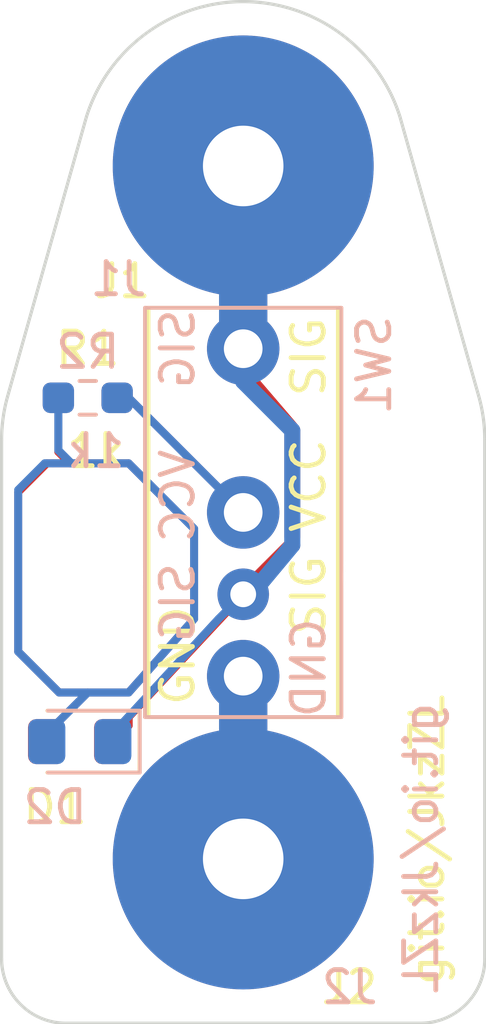
<source format=kicad_pcb>
(kicad_pcb (version 20171130) (host pcbnew "(5.1.7)-1")

  (general
    (thickness 1.6)
    (drawings 32)
    (tracks 58)
    (zones 0)
    (modules 9)
    (nets 6)
  )

  (page A4)
  (layers
    (0 F.Cu signal hide)
    (31 B.Cu signal hide)
    (32 B.Adhes user hide)
    (33 F.Adhes user hide)
    (34 B.Paste user hide)
    (35 F.Paste user hide)
    (36 B.SilkS user)
    (37 F.SilkS user hide)
    (38 B.Mask user hide)
    (39 F.Mask user hide)
    (40 Dwgs.User user hide)
    (41 Cmts.User user hide)
    (42 Eco1.User user hide)
    (43 Eco2.User user hide)
    (44 Edge.Cuts user)
    (45 Margin user hide)
    (46 B.CrtYd user)
    (47 F.CrtYd user hide)
    (48 B.Fab user hide)
    (49 F.Fab user hide)
  )

  (setup
    (last_trace_width 0.25)
    (user_trace_width 0.5)
    (user_trace_width 0.75)
    (user_trace_width 1.5)
    (trace_clearance 0.2)
    (zone_clearance 0.508)
    (zone_45_only no)
    (trace_min 0.2)
    (via_size 0.8)
    (via_drill 0.4)
    (via_min_size 0.4)
    (via_min_drill 0.3)
    (uvia_size 0.3)
    (uvia_drill 0.1)
    (uvias_allowed no)
    (uvia_min_size 0.2)
    (uvia_min_drill 0.1)
    (edge_width 0.05)
    (segment_width 0.2)
    (pcb_text_width 0.3)
    (pcb_text_size 1.5 1.5)
    (mod_edge_width 0.12)
    (mod_text_size 1 1)
    (mod_text_width 0.15)
    (pad_size 2.25 2.25)
    (pad_drill 1.2)
    (pad_to_mask_clearance 0)
    (aux_axis_origin 0 0)
    (visible_elements 7EFFEFFF)
    (pcbplotparams
      (layerselection 0x010fc_ffffffff)
      (usegerberextensions false)
      (usegerberattributes true)
      (usegerberadvancedattributes true)
      (creategerberjobfile true)
      (excludeedgelayer true)
      (linewidth 0.100000)
      (plotframeref false)
      (viasonmask false)
      (mode 1)
      (useauxorigin false)
      (hpglpennumber 1)
      (hpglpenspeed 20)
      (hpglpendiameter 15.000000)
      (psnegative false)
      (psa4output false)
      (plotreference true)
      (plotvalue true)
      (plotinvisibletext false)
      (padsonsilk false)
      (subtractmaskfromsilk false)
      (outputformat 1)
      (mirror false)
      (drillshape 1)
      (scaleselection 1)
      (outputdirectory ""))
  )

  (net 0 "")
  (net 1 VCC)
  (net 2 GND)
  (net 3 SIGNAL)
  (net 4 "Net-(D1-Pad2)")
  (net 5 "Net-(D2-Pad2)")

  (net_class Default "This is the default net class."
    (clearance 0.2)
    (trace_width 0.25)
    (via_dia 0.8)
    (via_drill 0.4)
    (uvia_dia 0.3)
    (uvia_drill 0.1)
    (add_net GND)
    (add_net "Net-(D1-Pad2)")
    (add_net "Net-(D2-Pad2)")
    (add_net SIGNAL)
    (add_net VCC)
  )

  (module MountingHole:MountingHole_3.2mm_M3 (layer F.Cu) (tedit 56D1B4CB) (tstamp 5FB7316F)
    (at 4.75 2)
    (descr "Mounting Hole 3.2mm, no annular, M3")
    (tags "mounting hole 3.2mm no annular m3")
    (attr virtual)
    (fp_text reference REF** (at 0.584 -4.413) (layer Dwgs.User) hide
      (effects (font (size 1 1) (thickness 0.15)))
    )
    (fp_text value MountingHole_3.2mm_M3 (at 0 4.2) (layer F.Fab)
      (effects (font (size 1 1) (thickness 0.15)))
    )
    (fp_circle (center 0 0) (end 3.45 0) (layer F.CrtYd) (width 0.05))
    (fp_circle (center 0 0) (end 3.2 0) (layer Cmts.User) (width 0.15))
    (fp_text user %R (at 0.3 0) (layer F.Fab)
      (effects (font (size 1 1) (thickness 0.15)))
    )
    (pad 1 np_thru_hole circle (at 0 0) (size 3.2 3.2) (drill 3.2) (layers *.Cu *.Mask))
  )

  (module MountingHole:MountingHole_3.2mm_M3 (layer F.Cu) (tedit 56D1B4CB) (tstamp 5FB7310E)
    (at -4.75 2)
    (descr "Mounting Hole 3.2mm, no annular, M3")
    (tags "mounting hole 3.2mm no annular m3")
    (attr virtual)
    (fp_text reference REF** (at -6.299 -4.159) (layer Dwgs.User) hide
      (effects (font (size 1 1) (thickness 0.15)))
    )
    (fp_text value MountingHole_3.2mm_M3 (at 0 4.2) (layer F.Fab)
      (effects (font (size 1 1) (thickness 0.15)))
    )
    (fp_circle (center 0 0) (end 3.45 0) (layer F.CrtYd) (width 0.05))
    (fp_circle (center 0 0) (end 3.2 0) (layer Cmts.User) (width 0.15))
    (fp_text user %R (at 0.3 0) (layer F.Fab)
      (effects (font (size 1 1) (thickness 0.15)))
    )
    (pad 1 np_thru_hole circle (at 0 0) (size 3.2 3.2) (drill 3.2) (layers *.Cu *.Mask))
  )

  (module mag-probe:D2F (layer F.Cu) (tedit 5FB72589) (tstamp 5FB7841C)
    (at 0 0 270)
    (path /5FC5A30B)
    (fp_text reference SW1 (at -4.572 -4.064 90) (layer B.SilkS)
      (effects (font (size 1 1) (thickness 0.15)) (justify mirror))
    )
    (fp_text value SW_Push_Open (at -2.54 -1.27 90) (layer F.Fab)
      (effects (font (size 1 1) (thickness 0.15)))
    )
    (fp_line (start 6.35 -2.94) (end -6.35 -2.94) (layer F.SilkS) (width 0.12))
    (fp_line (start 6.35 2.94) (end 6.35 -2.94) (layer F.SilkS) (width 0.12))
    (fp_line (start -6.35 2.94) (end 6.35 2.94) (layer F.SilkS) (width 0.12))
    (fp_line (start -6.35 -2.94) (end -6.35 2.94) (layer F.SilkS) (width 0.12))
    (pad 4 thru_hole circle (at 2.54 0 270) (size 1.6 1.6) (drill 0.8) (layers *.Cu *.Mask)
      (net 3 SIGNAL))
    (pad 3 thru_hole circle (at 0 0 270) (size 2.25 2.25) (drill 1.2) (layers *.Cu *.Mask)
      (net 1 VCC))
    (pad 2 thru_hole circle (at -5.08 0 270) (size 2.25 2.25) (drill 1.2) (layers *.Cu *.Mask)
      (net 3 SIGNAL))
    (pad 1 thru_hole circle (at 5.08 0 270) (size 2.25 2.25) (drill 1.2) (layers *.Cu *.Mask)
      (net 2 GND))
  )

  (module Resistor_SMD:R_0603_1608Metric_Pad0.98x0.95mm_HandSolder (layer B.Cu) (tedit 5F68FEEE) (tstamp 5FB771A4)
    (at -4.826 -3.556 180)
    (descr "Resistor SMD 0603 (1608 Metric), square (rectangular) end terminal, IPC_7351 nominal with elongated pad for handsoldering. (Body size source: IPC-SM-782 page 72, https://www.pcb-3d.com/wordpress/wp-content/uploads/ipc-sm-782a_amendment_1_and_2.pdf), generated with kicad-footprint-generator")
    (tags "resistor handsolder")
    (path /5FBB765C)
    (attr smd)
    (fp_text reference R2 (at 0 1.43) (layer B.SilkS)
      (effects (font (size 1 1) (thickness 0.15)) (justify mirror))
    )
    (fp_text value 1k (at 0 -1.43) (layer B.Fab)
      (effects (font (size 1 1) (thickness 0.15)) (justify mirror))
    )
    (fp_line (start -0.8 -0.4125) (end -0.8 0.4125) (layer B.Fab) (width 0.1))
    (fp_line (start -0.8 0.4125) (end 0.8 0.4125) (layer B.Fab) (width 0.1))
    (fp_line (start 0.8 0.4125) (end 0.8 -0.4125) (layer B.Fab) (width 0.1))
    (fp_line (start 0.8 -0.4125) (end -0.8 -0.4125) (layer B.Fab) (width 0.1))
    (fp_line (start -0.254724 0.5225) (end 0.254724 0.5225) (layer B.SilkS) (width 0.12))
    (fp_line (start -0.254724 -0.5225) (end 0.254724 -0.5225) (layer B.SilkS) (width 0.12))
    (fp_line (start -1.65 -0.73) (end -1.65 0.73) (layer B.CrtYd) (width 0.05))
    (fp_line (start -1.65 0.73) (end 1.65 0.73) (layer B.CrtYd) (width 0.05))
    (fp_line (start 1.65 0.73) (end 1.65 -0.73) (layer B.CrtYd) (width 0.05))
    (fp_line (start 1.65 -0.73) (end -1.65 -0.73) (layer B.CrtYd) (width 0.05))
    (fp_text user %R (at 0 0) (layer B.Fab)
      (effects (font (size 0.4 0.4) (thickness 0.06)) (justify mirror))
    )
    (pad 2 smd roundrect (at 0.9125 0 180) (size 0.975 0.95) (layers B.Cu B.Paste B.Mask) (roundrect_rratio 0.25)
      (net 5 "Net-(D2-Pad2)"))
    (pad 1 smd roundrect (at -0.9125 0 180) (size 0.975 0.95) (layers B.Cu B.Paste B.Mask) (roundrect_rratio 0.25)
      (net 1 VCC))
    (model ${KISYS3DMOD}/Resistor_SMD.3dshapes/R_0603_1608Metric.wrl
      (at (xyz 0 0 0))
      (scale (xyz 1 1 1))
      (rotate (xyz 0 0 0))
    )
  )

  (module Resistor_SMD:R_0603_1608Metric_Pad0.98x0.95mm_HandSolder (layer F.Cu) (tedit 5F68FEEE) (tstamp 5FB77193)
    (at -4.826 -3.556 180)
    (descr "Resistor SMD 0603 (1608 Metric), square (rectangular) end terminal, IPC_7351 nominal with elongated pad for handsoldering. (Body size source: IPC-SM-782 page 72, https://www.pcb-3d.com/wordpress/wp-content/uploads/ipc-sm-782a_amendment_1_and_2.pdf), generated with kicad-footprint-generator")
    (tags "resistor handsolder")
    (path /5FC4D339)
    (attr smd)
    (fp_text reference R1 (at 0 1.524) (layer F.SilkS)
      (effects (font (size 1 1) (thickness 0.15)))
    )
    (fp_text value 1k (at 0 -1.524) (layer F.Fab)
      (effects (font (size 1 1) (thickness 0.15)))
    )
    (fp_line (start -0.8 0.4125) (end -0.8 -0.4125) (layer F.Fab) (width 0.1))
    (fp_line (start -0.8 -0.4125) (end 0.8 -0.4125) (layer F.Fab) (width 0.1))
    (fp_line (start 0.8 -0.4125) (end 0.8 0.4125) (layer F.Fab) (width 0.1))
    (fp_line (start 0.8 0.4125) (end -0.8 0.4125) (layer F.Fab) (width 0.1))
    (fp_line (start -0.254724 -0.5225) (end 0.254724 -0.5225) (layer F.SilkS) (width 0.12))
    (fp_line (start -0.254724 0.5225) (end 0.254724 0.5225) (layer F.SilkS) (width 0.12))
    (fp_line (start -1.65 0.73) (end -1.65 -0.73) (layer F.CrtYd) (width 0.05))
    (fp_line (start -1.65 -0.73) (end 1.65 -0.73) (layer F.CrtYd) (width 0.05))
    (fp_line (start 1.65 -0.73) (end 1.65 0.73) (layer F.CrtYd) (width 0.05))
    (fp_line (start 1.65 0.73) (end -1.65 0.73) (layer F.CrtYd) (width 0.05))
    (fp_text user %R (at 0 0) (layer F.Fab)
      (effects (font (size 0.4 0.4) (thickness 0.06)))
    )
    (pad 2 smd roundrect (at 0.9125 0 180) (size 0.975 0.95) (layers F.Cu F.Paste F.Mask) (roundrect_rratio 0.25)
      (net 4 "Net-(D1-Pad2)"))
    (pad 1 smd roundrect (at -0.9125 0 180) (size 0.975 0.95) (layers F.Cu F.Paste F.Mask) (roundrect_rratio 0.25)
      (net 1 VCC))
    (model ${KISYS3DMOD}/Resistor_SMD.3dshapes/R_0603_1608Metric.wrl
      (at (xyz 0 0 0))
      (scale (xyz 1 1 1))
      (rotate (xyz 0 0 0))
    )
  )

  (module mag-probe:MagPad (layer F.Cu) (tedit 5FB5F8C0) (tstamp 5FB7716B)
    (at 0 10.75)
    (path /5FB9D8C4)
    (fp_text reference J2 (at 3.302 3.982) (layer F.SilkS)
      (effects (font (size 1 1) (thickness 0.15)))
    )
    (fp_text value Conn_01x01 (at 0 -0.5) (layer F.Fab)
      (effects (font (size 1 1) (thickness 0.15)))
    )
    (pad 1 thru_hole circle (at 0 0) (size 8.1 8.1) (drill 2.5) (layers *.Cu *.Mask)
      (net 2 GND))
    (model F:/git/mag-probe/mag.pretty.stp
      (at (xyz 0 0 0))
      (scale (xyz 1 1 1))
      (rotate (xyz 0 0 0))
    )
  )

  (module mag-probe:MagPad (layer F.Cu) (tedit 5FB5F8C0) (tstamp 5FB7338F)
    (at 0 -10.75)
    (path /5FB9D22E)
    (fp_text reference J1 (at -3.7465 3.5745) (layer F.SilkS)
      (effects (font (size 1 1) (thickness 0.15)))
    )
    (fp_text value Conn_01x01 (at 0 -0.5) (layer F.Fab)
      (effects (font (size 1 1) (thickness 0.15)))
    )
    (pad 1 thru_hole circle (at 0 0) (size 8.1 8.1) (drill 2.5) (layers *.Cu *.Mask)
      (net 3 SIGNAL))
    (model F:/git/mag-probe/mag.pretty.stp
      (at (xyz 0 0 0))
      (scale (xyz 1 1 1))
      (rotate (xyz 0 0 0))
    )
  )

  (module LED_SMD:LED_0805_2012Metric_Pad1.15x1.40mm_HandSolder (layer B.Cu) (tedit 5F68FEF1) (tstamp 5FB77161)
    (at -5.071 7.112 180)
    (descr "LED SMD 0805 (2012 Metric), square (rectangular) end terminal, IPC_7351 nominal, (Body size source: https://docs.google.com/spreadsheets/d/1BsfQQcO9C6DZCsRaXUlFlo91Tg2WpOkGARC1WS5S8t0/edit?usp=sharing), generated with kicad-footprint-generator")
    (tags "LED handsolder")
    (path /5FBB7662)
    (attr smd)
    (fp_text reference D2 (at 0.771 -2.032) (layer B.SilkS)
      (effects (font (size 1 1) (thickness 0.15)) (justify mirror))
    )
    (fp_text value LED_Small (at 0 -1.65) (layer B.Fab)
      (effects (font (size 1 1) (thickness 0.15)) (justify mirror))
    )
    (fp_line (start 1 0.6) (end -0.7 0.6) (layer B.Fab) (width 0.1))
    (fp_line (start -0.7 0.6) (end -1 0.3) (layer B.Fab) (width 0.1))
    (fp_line (start -1 0.3) (end -1 -0.6) (layer B.Fab) (width 0.1))
    (fp_line (start -1 -0.6) (end 1 -0.6) (layer B.Fab) (width 0.1))
    (fp_line (start 1 -0.6) (end 1 0.6) (layer B.Fab) (width 0.1))
    (fp_line (start 1 0.96) (end -1.86 0.96) (layer B.SilkS) (width 0.12))
    (fp_line (start -1.86 0.96) (end -1.86 -0.96) (layer B.SilkS) (width 0.12))
    (fp_line (start -1.86 -0.96) (end 1 -0.96) (layer B.SilkS) (width 0.12))
    (fp_line (start -1.85 -0.95) (end -1.85 0.95) (layer B.CrtYd) (width 0.05))
    (fp_line (start -1.85 0.95) (end 1.85 0.95) (layer B.CrtYd) (width 0.05))
    (fp_line (start 1.85 0.95) (end 1.85 -0.95) (layer B.CrtYd) (width 0.05))
    (fp_line (start 1.85 -0.95) (end -1.85 -0.95) (layer B.CrtYd) (width 0.05))
    (fp_text user %R (at 0 0) (layer B.Fab)
      (effects (font (size 0.5 0.5) (thickness 0.08)) (justify mirror))
    )
    (pad 2 smd roundrect (at 1.025 0 180) (size 1.15 1.4) (layers B.Cu B.Paste B.Mask) (roundrect_rratio 0.217391)
      (net 5 "Net-(D2-Pad2)"))
    (pad 1 smd roundrect (at -1.025 0 180) (size 1.15 1.4) (layers B.Cu B.Paste B.Mask) (roundrect_rratio 0.217391)
      (net 3 SIGNAL))
    (model ${KISYS3DMOD}/LED_SMD.3dshapes/LED_0805_2012Metric.wrl
      (at (xyz 0 0 0))
      (scale (xyz 1 1 1))
      (rotate (xyz 0 0 0))
    )
  )

  (module LED_SMD:LED_0805_2012Metric_Pad1.15x1.40mm_HandSolder (layer F.Cu) (tedit 5F68FEF1) (tstamp 5FB7714E)
    (at -5.08 7.112 180)
    (descr "LED SMD 0805 (2012 Metric), square (rectangular) end terminal, IPC_7351 nominal, (Body size source: https://docs.google.com/spreadsheets/d/1BsfQQcO9C6DZCsRaXUlFlo91Tg2WpOkGARC1WS5S8t0/edit?usp=sharing), generated with kicad-footprint-generator")
    (tags "LED handsolder")
    (path /5FC4D33F)
    (attr smd)
    (fp_text reference D1 (at 0.762 -2.032) (layer F.SilkS)
      (effects (font (size 1 1) (thickness 0.15)))
    )
    (fp_text value LED_Small (at 0 1.65) (layer F.Fab)
      (effects (font (size 1 1) (thickness 0.15)))
    )
    (fp_line (start 1 -0.6) (end -0.7 -0.6) (layer F.Fab) (width 0.1))
    (fp_line (start -0.7 -0.6) (end -1 -0.3) (layer F.Fab) (width 0.1))
    (fp_line (start -1 -0.3) (end -1 0.6) (layer F.Fab) (width 0.1))
    (fp_line (start -1 0.6) (end 1 0.6) (layer F.Fab) (width 0.1))
    (fp_line (start 1 0.6) (end 1 -0.6) (layer F.Fab) (width 0.1))
    (fp_line (start 1 -0.96) (end -1.86 -0.96) (layer F.SilkS) (width 0.12))
    (fp_line (start -1.86 -0.96) (end -1.86 0.96) (layer F.SilkS) (width 0.12))
    (fp_line (start -1.86 0.96) (end 1 0.96) (layer F.SilkS) (width 0.12))
    (fp_line (start -1.85 0.95) (end -1.85 -0.95) (layer F.CrtYd) (width 0.05))
    (fp_line (start -1.85 -0.95) (end 1.85 -0.95) (layer F.CrtYd) (width 0.05))
    (fp_line (start 1.85 -0.95) (end 1.85 0.95) (layer F.CrtYd) (width 0.05))
    (fp_line (start 1.85 0.95) (end -1.85 0.95) (layer F.CrtYd) (width 0.05))
    (fp_text user %R (at 0 0) (layer F.Fab)
      (effects (font (size 0.5 0.5) (thickness 0.08)))
    )
    (pad 2 smd roundrect (at 1.025 0 180) (size 1.15 1.4) (layers F.Cu F.Paste F.Mask) (roundrect_rratio 0.217391)
      (net 4 "Net-(D1-Pad2)"))
    (pad 1 smd roundrect (at -1.025 0 180) (size 1.15 1.4) (layers F.Cu F.Paste F.Mask) (roundrect_rratio 0.217391)
      (net 3 SIGNAL))
    (model ${KISYS3DMOD}/LED_SMD.3dshapes/LED_0805_2012Metric.wrl
      (at (xyz 0 0 0))
      (scale (xyz 1 1 1))
      (rotate (xyz 0 0 0))
    )
  )

  (gr_text git.io/JkzZL (at 5.715 10.16 90) (layer F.SilkS)
    (effects (font (size 1 1) (thickness 0.15)))
  )
  (gr_text git.io/JkzZL (at 5.5245 10.414 90) (layer B.SilkS)
    (effects (font (size 1 1) (thickness 0.15)) (justify mirror))
  )
  (gr_text 1k (at -4.572 -1.905) (layer B.SilkS)
    (effects (font (size 1 1) (thickness 0.15)) (justify mirror))
  )
  (gr_text 1k (at -4.572 -1.905) (layer F.SilkS)
    (effects (font (size 1 1) (thickness 0.15)))
  )
  (gr_text GND (at -2.032 4.445 90) (layer F.SilkS)
    (effects (font (size 1 1) (thickness 0.15)))
  )
  (gr_text "SIG VCC" (at 2.032 0.762 90) (layer F.SilkS)
    (effects (font (size 1 1) (thickness 0.15)))
  )
  (gr_text SIG (at 2.032 -4.826 90) (layer F.SilkS)
    (effects (font (size 1 1) (thickness 0.15)))
  )
  (gr_text SIG (at -2.032 -5.08 90) (layer B.SilkS) (tstamp 5FB7A228)
    (effects (font (size 1 1) (thickness 0.15)) (justify mirror))
  )
  (gr_text VCC (at -2.032 -0.508 90) (layer B.SilkS)
    (effects (font (size 1 1) (thickness 0.15)) (justify mirror))
  )
  (gr_text SIG (at -2.032 2.794 90) (layer B.SilkS)
    (effects (font (size 1 1) (thickness 0.15)) (justify mirror))
  )
  (gr_text GND (at 2.032 4.826 90) (layer B.SilkS)
    (effects (font (size 1 1) (thickness 0.15)) (justify mirror))
  )
  (gr_text J2 (at 3.302 14.732) (layer B.SilkS)
    (effects (font (size 1 1) (thickness 0.15)) (justify mirror))
  )
  (gr_text J1 (at -3.8735 -7.239) (layer B.SilkS)
    (effects (font (size 1 1) (thickness 0.15)) (justify mirror))
  )
  (gr_line (start -3.048 6.35) (end -3.048 -6.35) (layer B.SilkS) (width 0.12) (tstamp 5FB7A204))
  (gr_line (start 3.048 6.35) (end -3.048 6.35) (layer B.SilkS) (width 0.12))
  (gr_line (start 3.048 -6.35) (end 3.048 6.35) (layer B.SilkS) (width 0.12))
  (gr_line (start -3.048 -6.35) (end 3.048 -6.35) (layer B.SilkS) (width 0.12))
  (gr_circle (center -4.75 2) (end -1.75 2) (layer Cmts.User) (width 0.15))
  (gr_circle (center 4.75 2) (end 7.75 2) (layer Cmts.User) (width 0.15))
  (gr_circle (center 4.572 2.032) (end 4.826 2.032) (layer Dwgs.User) (width 0.15))
  (gr_circle (center -4.75 2) (end -3.2 2) (layer Edge.Cuts) (width 0.05) (tstamp 5FB77502))
  (gr_circle (center 4.75 2) (end 6.3 2) (layer Edge.Cuts) (width 0.05))
  (gr_arc (start -2.5 -2.248852) (end -7.312157 -3.606476) (angle -15.75501346) (layer Edge.Cuts) (width 0.1))
  (gr_line (start -7.5 -2.248852) (end -7.5 13.85) (layer Edge.Cuts) (width 0.1))
  (gr_arc (start 5.5 13.85) (end 5.5 15.85) (angle -90) (layer Edge.Cuts) (width 0.1))
  (gr_arc (start 2.5 -2.248852) (end 7.5 -2.248852) (angle -15.75501346) (layer Edge.Cuts) (width 0.1))
  (gr_line (start 7.5 -2.248852) (end 7.5 13.85) (layer Edge.Cuts) (width 0.1))
  (gr_arc (start -5.5 13.85) (end -7.5 13.85) (angle -90) (layer Edge.Cuts) (width 0.1))
  (gr_line (start -5.5 15.85) (end 5.5 15.85) (layer Edge.Cuts) (width 0.1))
  (gr_line (start -7.312157 -3.606476) (end -4.86569 -12.278087) (layer Edge.Cuts) (width 0.1))
  (gr_line (start 7.312157 -3.606476) (end 4.86569 -12.278087) (layer Edge.Cuts) (width 0.1))
  (gr_arc (start 0 -10.75) (end 4.86569 -12.278087) (angle -145.1298326) (layer Edge.Cuts) (width 0.1))

  (segment (start 0 -0.254) (end 0 0) (width 0.5) (layer B.Cu) (net 1))
  (segment (start -3.9135 -3.556) (end -3.556 -3.556) (width 0.25) (layer B.Cu) (net 1))
  (segment (start -3.556 -3.556) (end 0 0) (width 0.25) (layer B.Cu) (net 1))
  (segment (start -3.556 -3.556) (end 0 0) (width 0.25) (layer F.Cu) (net 1))
  (segment (start -3.8375 -3.556) (end -3.556 -3.556) (width 0.25) (layer F.Cu) (net 1))
  (segment (start 0 10.75) (end 0 5.08) (width 1.5) (layer B.Cu) (net 2) (status 30))
  (segment (start 0 5.08) (end 0 10.75) (width 1.5) (layer F.Cu) (net 2) (status 30))
  (segment (start 0 -10.75) (end -1.188 -10.75) (width 0.5) (layer B.Cu) (net 3) (status 30))
  (segment (start 0 -10.75) (end 0 -5.08) (width 1.5) (layer B.Cu) (net 3) (status 30))
  (segment (start -0.508 -4.572) (end 0 -5.08) (width 0.5) (layer B.Cu) (net 3) (status 30))
  (segment (start 0 -10.75) (end 0 -5.08) (width 1.5) (layer F.Cu) (net 3) (status 30))
  (segment (start 0 -5.08) (end 0.762 -5.08) (width 0.5) (layer F.Cu) (net 3) (status 30))
  (segment (start -0.508 -4.572) (end 0 -5.08) (width 0.5) (layer F.Cu) (net 3) (status 30))
  (segment (start 1.524 -2.54) (end 1.524 0.762) (width 0.5) (layer F.Cu) (net 3))
  (segment (start -0.254 2.54) (end 0 2.54) (width 0.5) (layer B.Cu) (net 3))
  (segment (start -4.046 7.112) (end -3.81 7.112) (width 0.25) (layer B.Cu) (net 3))
  (segment (start -3.81 6.604) (end -0.762 3.302) (width 0.25) (layer B.Cu) (net 3))
  (segment (start -0.762 3.302) (end 0 2.54) (width 0.25) (layer B.Cu) (net 3))
  (segment (start 0.254 2.54) (end 1.524 1.016) (width 0.5) (layer B.Cu) (net 3))
  (segment (start 0 2.54) (end 0.254 2.54) (width 0.5) (layer B.Cu) (net 3))
  (segment (start 1.524 -2.54) (end 1.524 1.016) (width 0.5) (layer B.Cu) (net 3))
  (segment (start 0 -4.064) (end 1.524 -2.54) (width 0.5) (layer B.Cu) (net 3))
  (segment (start 0 -5.08) (end 0 -4.064) (width 0.5) (layer B.Cu) (net 3))
  (segment (start 0 -4.318) (end 1.524 -2.54) (width 0.5) (layer F.Cu) (net 3))
  (segment (start 0 -5.08) (end 0 -4.318) (width 0.5) (layer F.Cu) (net 3))
  (segment (start 0.762 1.778) (end 0 2.54) (width 0.5) (layer F.Cu) (net 3))
  (segment (start 1.524 1.016) (end 0.762 1.778) (width 0.5) (layer F.Cu) (net 3))
  (segment (start -3.556 6.35) (end 0 2.54) (width 0.25) (layer F.Cu) (net 3))
  (segment (start -3.556 6.613) (end -4.055 7.112) (width 0.25) (layer F.Cu) (net 3))
  (segment (start -3.556 6.35) (end -3.556 6.613) (width 0.25) (layer F.Cu) (net 3))
  (segment (start -4.826 5.588) (end -6.35 7.112) (width 0.25) (layer F.Cu) (net 4))
  (segment (start -3.556 5.588) (end -4.826 5.588) (width 0.25) (layer F.Cu) (net 4))
  (segment (start -1.524 0.508) (end -1.524 3.302) (width 0.25) (layer F.Cu) (net 4))
  (segment (start -3.556 -1.524) (end -1.524 0.508) (width 0.25) (layer F.Cu) (net 4))
  (segment (start -5.381 -1.524) (end -3.556 -1.524) (width 0.25) (layer F.Cu) (net 4))
  (segment (start -5.7385 -1.8815) (end -5.381 -1.524) (width 0.25) (layer F.Cu) (net 4))
  (segment (start -1.524 3.302) (end -3.556 5.588) (width 0.25) (layer F.Cu) (net 4))
  (segment (start -5.7385 -3.556) (end -5.7385 -1.8815) (width 0.25) (layer F.Cu) (net 4))
  (segment (start -5.381 -1.524) (end -6.096 -1.524) (width 0.25) (layer F.Cu) (net 4))
  (segment (start -6.096 -1.524) (end -6.985 -0.635) (width 0.25) (layer F.Cu) (net 4))
  (segment (start -6.985 -0.635) (end -6.985 4.318) (width 0.25) (layer F.Cu) (net 4))
  (segment (start -5.715 5.588) (end -4.826 5.588) (width 0.25) (layer F.Cu) (net 4))
  (segment (start -6.985 4.318) (end -5.715 5.588) (width 0.25) (layer F.Cu) (net 4))
  (segment (start -6.096 6.858) (end -6.096 7.112) (width 0.25) (layer B.Cu) (net 5))
  (segment (start -4.826 5.588) (end -6.096 6.858) (width 0.25) (layer B.Cu) (net 5))
  (segment (start -3.556 5.588) (end -4.826 5.588) (width 0.25) (layer B.Cu) (net 5))
  (segment (start -1.524 0.508) (end -1.524 3.302) (width 0.25) (layer B.Cu) (net 5))
  (segment (start -3.556 -1.524) (end -1.524 0.508) (width 0.25) (layer B.Cu) (net 5))
  (segment (start -5.334 -1.524) (end -3.556 -1.524) (width 0.25) (layer B.Cu) (net 5))
  (segment (start -1.524 3.302) (end -3.556 5.588) (width 0.25) (layer B.Cu) (net 5))
  (segment (start -5.7385 -1.9285) (end -5.334 -1.524) (width 0.25) (layer B.Cu) (net 5))
  (segment (start -5.7385 -3.556) (end -5.7385 -1.9285) (width 0.25) (layer B.Cu) (net 5))
  (segment (start -5.334 -1.524) (end -5.9055 -1.524) (width 0.25) (layer B.Cu) (net 5))
  (segment (start -6.1595 -1.524) (end -6.985 -0.6985) (width 0.25) (layer B.Cu) (net 5))
  (segment (start -6.1595 -1.524) (end -5.9055 -1.524) (width 0.25) (layer B.Cu) (net 5))
  (segment (start -5.715 5.588) (end -4.826 5.588) (width 0.25) (layer B.Cu) (net 5))
  (segment (start -6.985 4.318) (end -5.715 5.588) (width 0.25) (layer B.Cu) (net 5))
  (segment (start -6.985 -0.635) (end -6.985 4.318) (width 0.25) (layer B.Cu) (net 5))

)

</source>
